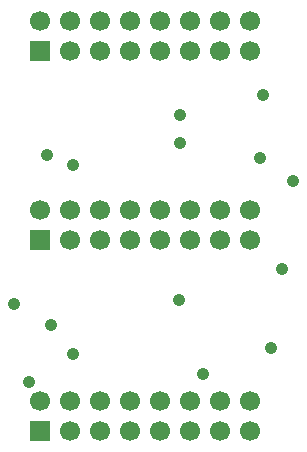
<source format=gts>
G75*
%MOIN*%
%OFA0B0*%
%FSLAX24Y24*%
%IPPOS*%
%LPD*%
%AMOC8*
5,1,8,0,0,1.08239X$1,22.5*
%
%ADD10R,0.0669X0.0669*%
%ADD11C,0.0669*%
%ADD12C,0.0416*%
D10*
X002370Y002786D03*
X002370Y009164D03*
X002370Y015463D03*
D11*
X002370Y016463D03*
X003370Y016463D03*
X003370Y015463D03*
X004370Y015463D03*
X004370Y016463D03*
X005370Y016463D03*
X005370Y015463D03*
X006370Y015463D03*
X006370Y016463D03*
X007370Y016463D03*
X007370Y015463D03*
X008370Y015463D03*
X008370Y016463D03*
X009370Y016463D03*
X009370Y015463D03*
X009370Y010164D03*
X009370Y009164D03*
X008370Y009164D03*
X008370Y010164D03*
X007370Y010164D03*
X007370Y009164D03*
X006370Y009164D03*
X006370Y010164D03*
X005370Y010164D03*
X005370Y009164D03*
X004370Y009164D03*
X004370Y010164D03*
X003370Y010164D03*
X003370Y009164D03*
X002370Y010164D03*
X002370Y003786D03*
X003370Y003786D03*
X003370Y002786D03*
X004370Y002786D03*
X004370Y003786D03*
X005370Y003786D03*
X005370Y002786D03*
X006370Y002786D03*
X006370Y003786D03*
X007370Y003786D03*
X007370Y002786D03*
X008370Y002786D03*
X008370Y003786D03*
X009370Y003786D03*
X009370Y002786D03*
D12*
X007799Y004704D03*
X007031Y007144D03*
X009728Y011908D03*
X010831Y011121D03*
X010437Y008207D03*
X010083Y005570D03*
X007051Y012381D03*
X007051Y013326D03*
X009807Y013995D03*
X003469Y011672D03*
X002602Y011987D03*
X001500Y007026D03*
X002760Y006318D03*
X003469Y005373D03*
X002012Y004428D03*
M02*

</source>
